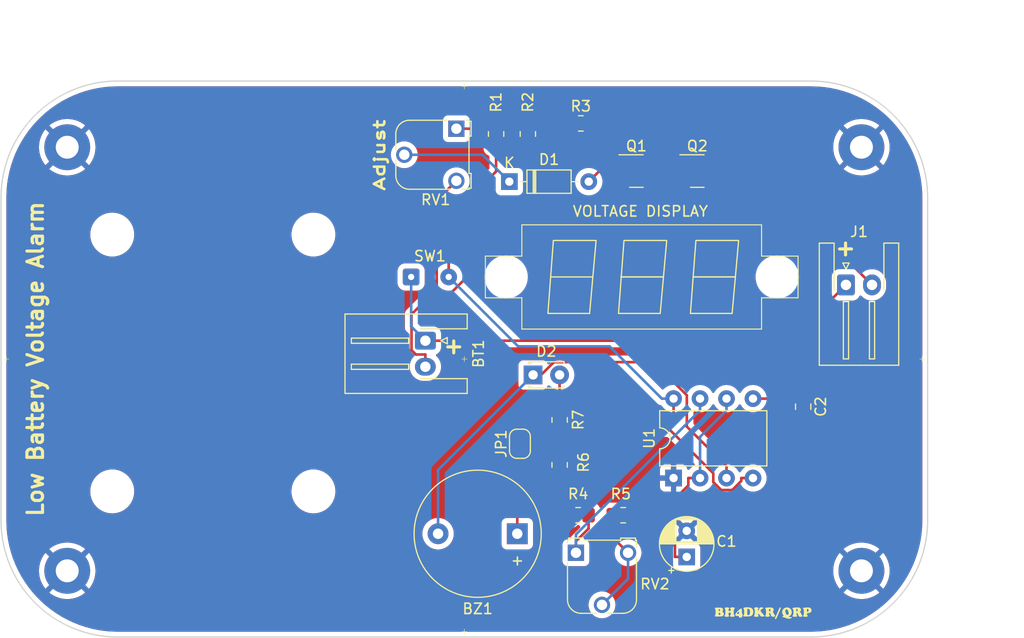
<source format=kicad_pcb>
(kicad_pcb (version 20211014) (generator pcbnew)
  (layers (0 "F.Cu" signal) (31 "B.Cu" signal) (34 "B.Paste" user) (35 "F.Paste" user) (36 "B.SilkS" user "B.Silkscreen") (37 "F.SilkS" user "F.Silkscreen") (38 "B.Mask" user) (39 "F.Mask" user) (44 "Edge.Cuts" user))
  (net 0 "")
  (net 1 "Net-(BT1-Pad1)")
  (net 2 "Net-(BT1-Pad2)")
  (net 3 "Net-(BZ1-Pad1)")
  (net 4 "Net-(BZ1-Pad2)")
  (net 5 "Net-(C1-Pad1)")
  (net 6 "GNDREF")
  (net 7 "Net-(C2-Pad1)")
  (net 8 "Net-(D1-Pad1)")
  (net 9 "Net-(D1-Pad2)")
  (net 10 "Net-(D2-Pad2)")
  (net 11 "Net-(Q1-Pad3)")
  (net 12 "Net-(R1-Pad2)")
  (net 13 "Net-(R2-Pad2)")
  (net 14 "Net-(R4-Pad1)")
  (net 15 "Net-(R5-Pad2)")
  (net 16 "Net-(R1-Pad1)")
  (net 17 "Net-(R7-Pad2)")
  (footprint "Connector_JST:JST_XH_S2B-XH-A-1_1x02_P2.50mm_Horizontal" (layer "F.Cu") (at 169.204 90.424)
    (fp_text reference "J1" (at 1.25 -5.1) (layer "F.SilkS"))
    (fp_text value "V-DISPLAY")
    (pad "1" thru_hole roundrect locked (at 0 0) (size 1.7 2) (drill 1) (layers *.Cu *.Mask) (roundrect_rratio 0.1470588235) (net 1 "Net-(BT1-Pad1)"))
    (pad "2" thru_hole oval locked (at 2.5 0) (size 1.7 2) (drill 1) (layers *.Cu *.Mask) (net 2 "Net-(BT1-Pad2)"))
  )
  (footprint "Package_TO_SOT_SMD:SOT-23" (layer "F.Cu") (at 149.098 79.502)
    (fp_text reference "Q1" (at 0 -2.4) (layer "F.SilkS"))
    (fp_text value "MMBT4401")
    (pad "1" smd roundrect (at -0.9375 -0.95) (size 1.475 0.6) (layers "F.Cu" "F.Paste" "F.Mask") (net 9 "Net-(D1-Pad2)"))
    (pad "2" smd roundrect (at -0.9375 0.95) (size 1.475 0.6) (layers "F.Cu" "F.Paste" "F.Mask") (net 2 "Net-(BT1-Pad2)"))
    (pad "3" smd roundrect (at 0.9375 0) (size 1.475 0.6) (layers "F.Cu" "F.Paste" "F.Mask") (net 11 "Net-(Q1-Pad3)"))
  )
  (footprint "Jumper:SolderJumper-2_P1.3mm_Open_RoundedPad1.0x1.5mm" (layer "F.Cu") (at 137.922 105.664 90)
    (fp_text reference "JP1" (at 0 -1.8 90) (layer "F.SilkS"))
    (fp_text value "EN_Buzzer")
    (pad "1" smd custom (at -0.65 0 90) (size 1 0.5) (layers "F.Cu" "F.Mask") (net 17 "Net-(R7-Pad2)") (options (clearance outline) (anchor rect)) (primitives (gr_circle (center 0 0.25) (end 0.5 0.25) (width 0) (fill yes)) (gr_circle (center 0 -0.25) (end 0.5 -0.25) (width 0) (fill yes)) (gr_poly (pts (xy 0.5 0.75) (xy 0 0.75) (xy 0 -0.75) (xy 0.5 -0.75)) (width 0) (fill yes))))
    (pad "2" smd custom (at 0.65 0 90) (size 1 0.5) (layers "F.Cu" "F.Mask") (net 16 "Net-(R1-Pad1)") (options (clearance outline) (anchor rect)) (primitives (gr_circle (center 0 0.25) (end 0.5 0.25) (width 0) (fill yes)) (gr_circle (center 0 -0.25) (end 0.5 -0.25) (width 0) (fill yes)) (gr_poly (pts (xy 0 0.75) (xy -0.5 0.75) (xy -0.5 -0.75) (xy 0 -0.75)) (width 0) (fill yes))))
  )
  (footprint "Buzzer_Beeper:Buzzer_12x9.5RM7.6" (layer "F.Cu") (at 137.668 114.3 180)
    (fp_text reference "BZ1" (at 3.8 -7.2) (layer "F.SilkS"))
    (fp_text value "Buzzer")
    (fp_text user "+" (at -0.01 -2.54) (layer "F.SilkS"))
    (pad "1" thru_hole rect locked (at 0 0 180) (size 2 2) (drill 1) (layers *.Cu *.Mask) (net 3 "Net-(BZ1-Pad1)"))
    (pad "2" thru_hole circle locked (at 7.6 0 180) (size 2 2) (drill 1) (layers *.Cu *.Mask) (net 4 "Net-(BZ1-Pad2)"))
  )
  (footprint "Capacitor_SMD:C_0805_2012Metric_Pad1.18x1.45mm_HandSolder" (layer "F.Cu") (at 165.1 102.108 -90)
    (fp_text reference "C2" (at 0 -1.68 90) (layer "F.SilkS"))
    (fp_text value ".01uF")
    (pad "1" smd roundrect (at -1.0375 0 270) (size 1.175 1.45) (layers "F.Cu" "F.Paste" "F.Mask") (roundrect_rratio 0.2127659574) (net 7 "Net-(C2-Pad1)"))
    (pad "2" smd roundrect (at 1.0375 0 270) (size 1.175 1.45) (layers "F.Cu" "F.Paste" "F.Mask") (roundrect_rratio 0.2127659574) (net 6 "GNDREF"))
  )
  (footprint "Resistor_SMD:R_0805_2012Metric_Pad1.20x1.40mm_HandSolder" (layer "F.Cu") (at 143.51 112.522 180)
    (fp_text reference "R4" (at 0 2.032) (layer "F.SilkS"))
    (fp_text value "10k")
    (pad "1" smd roundrect (at -1 0 180) (size 1.2 1.4) (layers "F.Cu" "F.Paste" "F.Mask") (roundrect_rratio 0.2083333333) (net 14 "Net-(R4-Pad1)"))
    (pad "2" smd roundrect (at 1 0 180) (size 1.2 1.4) (layers "F.Cu" "F.Paste" "F.Mask") (roundrect_rratio 0.2083333333) (net 16 "Net-(R1-Pad1)"))
  )
  (footprint "Resistor_SMD:R_0805_2012Metric_Pad1.20x1.40mm_HandSolder" (layer "F.Cu") (at 141.732 107.696 90)
    (fp_text reference "R7" (at 4.318 1.778 90) (layer "F.SilkS"))
    (fp_text value "10k")
    (pad "1" smd roundrect (at -1 0 90) (size 1.2 1.4) (layers "F.Cu" "F.Paste" "F.Mask") (roundrect_rratio 0.2083333333) (net 3 "Net-(BZ1-Pad1)"))
    (pad "2" smd roundrect (at 1 0 90) (size 1.2 1.4) (layers "F.Cu" "F.Paste" "F.Mask") (roundrect_rratio 0.2083333333) (net 17 "Net-(R7-Pad2)"))
  )
  (footprint "CraftsmanICs:bh4dkr_qrp_logo" (layer "F.Cu") (at 161.29 121.92)
    (fp_text reference "G***" hide)
    (fp_text value "LOGO" hide)
  )
  (footprint "Capacitor_THT:CP_Radial_D5.0mm_P2.50mm" (layer "F.Cu") (at 153.924 116.5211 90)
    (fp_text reference "C1" (at 1.49 3.81) (layer "F.SilkS"))
    (fp_text value "10uF")
    (pad "1" thru_hole rect (at 0 0 90) (size 1.6 1.6) (drill 0.8) (layers *.Cu *.Mask) (net 5 "Net-(C1-Pad1)"))
    (pad "2" thru_hole circle (at 2.5 0 90) (size 1.6 1.6) (drill 0.8) (layers *.Cu *.Mask) (net 6 "GNDREF"))
  )
  (footprint "Package_DIP:DIP-8_W7.62mm" (layer "F.Cu") (at 152.664 108.956 90)
    (fp_text reference "U1" (at 3.81 -2.33 90) (layer "F.SilkS"))
    (fp_text value "NE555P")
    (pad "1" thru_hole rect (at 0 0 90) (size 1.6 1.6) (drill 0.8) (layers *.Cu *.Mask) (net 6 "GNDREF"))
    (pad "2" thru_hole oval (at 0 2.54 90) (size 1.6 1.6) (drill 0.8) (layers *.Cu *.Mask) (net 5 "Net-(C1-Pad1)"))
    (pad "3" thru_hole oval (at 0 5.08 90) (size 1.6 1.6) (drill 0.8) (layers *.Cu *.Mask) (net 4 "Net-(BZ1-Pad2)"))
    (pad "4" thru_hole oval (at 0 7.62 90) (size 1.6 1.6) (drill 0.8) (layers *.Cu *.Mask) (net 16 "Net-(R1-Pad1)"))
    (pad "5" thru_hole oval (at 7.62 7.62 90) (size 1.6 1.6) (drill 0.8) (layers *.Cu *.Mask) (net 7 "Net-(C2-Pad1)"))
    (pad "6" thru_hole oval (at 7.62 5.08 90) (size 1.6 1.6) (drill 0.8) (layers *.Cu *.Mask) (net 5 "Net-(C1-Pad1)"))
    (pad "7" thru_hole oval (at 7.62 2.54 90) (size 1.6 1.6) (drill 0.8) (layers *.Cu *.Mask) (net 14 "Net-(R4-Pad1)"))
    (pad "8" thru_hole oval (at 7.62 0 90) (size 1.6 1.6) (drill 0.8) (layers *.Cu *.Mask) (net 16 "Net-(R1-Pad1)"))
  )
  (footprint "Potentiometer_THT:Potentiometer_Runtron_RM-065_Vertical" (layer "F.Cu") (at 143.296 116.124)
    (fp_text reference "RV2" (at 7.58 3.002) (layer "F.SilkS"))
    (fp_text value "100k")
    (pad "1" thru_hole rect (at 0 0) (size 1.56 1.56) (drill 1) (layers *.Cu *.Mask) (net 14 "Net-(R4-Pad1)"))
    (pad "2" thru_hole circle (at 2.5 5) (size 1.56 1.56) (drill 1) (layers *.Cu *.Mask) (net 15 "Net-(R5-Pad2)"))
    (pad "3" thru_hole circle (at 5 0) (size 1.56 1.56) (drill 1) (layers *.Cu *.Mask) (net 15 "Net-(R5-Pad2)"))
  )
  (footprint "Resistor_SMD:R_0805_2012Metric_Pad1.20x1.40mm_HandSolder" (layer "F.Cu") (at 138.684 75.946 90)
    (fp_text reference "R2" (at 3.048 0 90) (layer "F.SilkS"))
    (fp_text value "1k")
    (pad "1" smd roundrect (at -1 0 90) (size 1.2 1.4) (layers "F.Cu" "F.Paste" "F.Mask") (roundrect_rratio 0.2083333333) (net 16 "Net-(R1-Pad1)"))
    (pad "2" smd roundrect (at 1 0 90) (size 1.2 1.4) (layers "F.Cu" "F.Paste" "F.Mask") (roundrect_rratio 0.2083333333) (net 13 "Net-(R2-Pad2)"))
  )
  (footprint "CraftsmanICs:0.28_DC_VOLTAGE_2_WIRE_METER" (layer "F.Cu") (at 149.606 89.662)
    (fp_text reference "VOLTAGE DISPLAY" (at -0.125 -6.3 unlocked) (layer "F.SilkS"))
    (fp_text value "0.28_DC_VOLTAGE_2_WIRE_METER")
    (pad "" np_thru_hole circle (at -13 0) (size 2.2 2.2) (drill 2.2) (layers F&B.Cu *.Mask))
    (pad "" np_thru_hole circle (at 13 0) (size 2.2 2.2) (drill 2.2) (layers F&B.Cu *.Mask))
  )
  (footprint "Connector_JST:JST_XH_S2B-XH-A-1_1x02_P2.50mm_Horizontal" (layer "F.Cu") (at 128.85 95.778 -90)
    (fp_text reference "BT1" (at 1.25 -5.1 90) (layer "F.SilkS"))
    (fp_text value "Battery_Cell")
    (pad "1" thru_hole roundrect (at 0 0 270) (size 1.7 2) (drill 1) (layers *.Cu *.Mask) (roundrect_rratio 0.1470588235) (net 1 "Net-(BT1-Pad1)"))
    (pad "2" thru_hole oval (at 2.5 0 270) (size 1.7 2) (drill 1) (layers *.Cu *.Mask) (net 2 "Net-(BT1-Pad2)"))
  )
  (footprint "Resistor_SMD:R_0805_2012Metric_Pad1.20x1.40mm_HandSolder" (layer "F.Cu") (at 135.636 75.946 90)
    (fp_text reference "R1" (at 3.048 0 90) (layer "F.SilkS"))
    (fp_text value "1k")
    (pad "1" smd roundrect (at -1 0 90) (size 1.2 1.4) (layers "F.Cu" "F.Paste" "F.Mask") (roundrect_rratio 0.2083333333) (net 16 "Net-(R1-Pad1)"))
    (pad "2" smd roundrect (at 1 0 90) (size 1.2 1.4) (layers "F.Cu" "F.Paste" "F.Mask") (roundrect_rratio 0.2083333333) (net 12 "Net-(R1-Pad2)"))
  )
  (footprint "MountingHole:MountingHole_3.2mm_M3" (layer "F.Cu") (at 98.806 85.598)
    (fp_text reference "REF**")
    (fp_text value "MountingHole_3.2mm_M3")
    (pad "" np_thru_hole circle (at 0 0) (size 3.2 3.2) (drill 3.2) (layers *.Cu *.Mask))
  )
  (footprint "CraftsmanICs:ALTOIDS_round_rectangle_89mmx54mmx19mm" (layer "F.Cu") (at 132.588 97.536)
    (fp_text reference "REF_BOX" hide)
    (fp_text value "ALTOIDS_round_89mmx54mmx19mm_hole_2.0mm" hide)
    (fp_line (start -33.274 -26.67) (end 33.274 -26.67) (layer "Edge.Cuts") (width 0.12))
    (fp_line (start -44.45 15.494) (end -44.45 -15.494) (layer "Edge.Cuts") (width 0.12))
    (fp_line (start 33.274 26.67) (end -33.274 26.67) (layer "Edge.Cuts") (width 0.12))
    (fp_line (start 44.45 -15.494) (end 44.45 15.494) (layer "Edge.Cuts") (width 0.12))
    (fp_arc (start 33.274 -26.67) (mid 41.176625 -23.396625) (end 44.45 -15.494) (layer "Edge.Cuts") (width 0.12))
    (fp_arc (start 44.45 15.494) (mid 41.176625 23.396625) (end 33.274 26.67) (layer "Edge.Cuts") (width 0.12))
    (fp_arc (start -33.274 26.67) (mid -41.176625 23.396625) (end -44.45 15.494) (layer "Edge.Cuts") (width 0.12))
    (fp_arc (start -44.45 -15.494) (mid -41.176625 -23.396625) (end -33.274 -26.67) (layer "Edge.Cuts") (width 0.12))
    (pad "" thru_hole circle locked (at -38.1 20.32) (size 4.4 4.4) (drill 2.2) (layers *.Cu *.Mask) (net 6 "GNDREF"))
    (pad "" thru_hole circle locked (at 38.1 20.32) (size 4.4 4.4) (drill 2.2) (layers *.Cu *.Mask) (net 6 "GNDREF"))
    (pad "" thru_hole circle locked (at -38.1 -20.32) (size 4.4 4.4) (drill 2.2) (layers *.Cu *.Mask) (net 6 "GNDREF"))
    (pad "" thru_hole circle locked (at 38.1 -20.32) (size 4.4 4.4) (drill 2.2) (layers *.Cu *.Mask) (net 6 "GNDREF"))
  )
  (footprint "Connector_Wire:SolderWire-0.1sqmm_1x02_P3.6mm_D0.4mm_OD1mm" (layer "F.Cu") (at 127.486 89.662)
    (fp_text reference "SW1" (at 1.8 -2) (layer "F.SilkS"))
    (fp_text value "SW_DIP_x01")
    (pad "1" thru_hole roundrect (at 0 0) (size 1.6 1.6) (drill 0.6) (layers *.Cu *.Mask) (roundrect_rratio 0.15625) (net 1 "Net-(BT1-Pad1)"))
    (pad "2" thru_hole circle (at 3.6 0) (size 1.6 1.6) (drill 0.6) (layers *.Cu *.Mask) (net 16 "Net-(R1-Pad1)"))
  )
  (footprint "MountingHole:MountingHole_3.2mm_M3" (layer "F.Cu") (at 98.806 110.236)
    (fp_text reference "REF**")
    (fp_text value "MountingHole_3.2mm_M3")
    (pad "" np_thru_hole circle (at 0 0) (size 3.2 3.2) (drill 3.2) (layers *.Cu *.Mask))
  )
  (footprint "MountingHole:MountingHole_3.2mm_M3" (layer "F.Cu") (at 118.11 85.598)
    (fp_text reference "REF**")
    (fp_text value "MountingHole_3.2mm_M3")
    (pad "" np_thru_hole circle (at 0 0) (size 3.2 3.2) (drill 3.2) (layers *.Cu *.Mask))
  )
  (footprint "MountingHole:MountingHole_3.2mm_M3" (layer "F.Cu") (at 118.11 110.236)
    (fp_text reference "REF**")
    (fp_text value "MountingHole_3.2mm_M3")
    (pad "" np_thru_hole circle (at 0 0) (size 3.2 3.2) (drill 3.2) (layers *.Cu *.Mask))
  )
  (footprint "Resistor_SMD:R_0805_2012Metric_Pad1.20x1.40mm_HandSolder" (layer "F.Cu") (at 147.828 112.522 180)
    (fp_text reference "R5" (at 0.227064 2.032) (layer "F.SilkS"))
    (fp_text value "1k")
    (pad "1" smd roundrect (at -1 0 180) (size 1.2 1.4) (layers "F.Cu" "F.Paste" "F.Mask") (roundrect_rratio 0.2083333333) (net 5 "Net-(C1-Pad1)"))
    (pad "2" smd roundrect (at 1 0 180) (size 1.2 1.4) (layers "F.Cu" "F.Paste" "F.Mask") (roundrect_rratio 0.2083333333) (net 15 "Net-(R5-Pad2)"))
  )
  (footprint "Diode_THT:D_DO-35_SOD27_P7.62mm_Horizontal" (layer "F.Cu") (at 136.906 80.518)
    (fp_text reference "D1" (at 3.81 -2.12) (layer "F.SilkS"))
    (fp_text value "6.2V")
    (fp_text user "K" (at 0 -1.8) (layer "F.SilkS"))
    (pad "1" thru_hole rect (at 0 0) (size 1.6 1.6) (drill 0.8) (layers *.Cu *.Mask) (net 8 "Net-(D1-Pad1)"))
    (pad "2" thru_hole oval (at 7.62 0) (size 1.6 1.6) (drill 0.8) (layers *.Cu *.Mask) (net 9 "Net-(D1-Pad2)"))
  )
  (footprint "Resistor_SMD:R_0805_2012Metric_Pad1.20x1.40mm_HandSolder" (layer "F.Cu") (at 141.732 103.378 -90)
    (fp_text reference "R6" (at 4.064 -2.286 90) (layer "F.SilkS"))
    (fp_text value "10k")
    (pad "1" smd roundrect (at -1 0 270) (size 1.2 1.4) (layers "F.Cu" "F.Paste" "F.Mask") (roundrect_rratio 0.2083333333) (net 10 "Net-(D2-Pad2)"))
    (pad "2" smd roundrect (at 1 0 270) (size 1.2 1.4) (layers "F.Cu" "F.Paste" "F.Mask") (roundrect_rratio 0.2083333333) (net 16 "Net-(R1-Pad1)"))
  )
  (footprint "LED_THT:LED_D1.8mm_W3.3mm_H2.4mm" (layer "F.Cu") (at 139.187 99.06)
    (fp_text reference "D2" (at 1.27 -2.26) (layer "F.SilkS"))
    (fp_text value "LED")
    (pad "1" thru_hole rect (at 0 0) (size 1.8 1.8) (drill 0.9) (layers *.Cu *.Mask) (net 4 "Net-(BZ1-Pad2)"))
    (pad "2" thru_hole circle (at 2.54 0) (size 1.8 1.8) (drill 0.9) (layers *.Cu *.Mask) (net 10 "Net-(D2-Pad2)"))
  )
  (footprint "Potentiometer_THT:Potentiometer_Runtron_RM-065_Vertical" (layer "F.Cu") (at 131.826 75.438 -90)
    (fp_text reference "RV1" (at 6.818 1.986 180) (layer "F.SilkS"))
    (fp_text value "10k")
    (pad "1" thru_hole rect (at 0 0 270) (size 1.56 1.56) (drill 1) (layers *.Cu *.Mask) (net 12 "Net-(R1-Pad2)"))
    (pad "2" thru_hole circle (at 2.5 5 270) (size 1.56 1.56) (drill 1) (layers *.Cu *.Mask) (net 8 "Net-(D1-Pad1)"))
    (pad "3" thru_hole circle (at 5 0 270) (size 1.56 1.56) (drill 1) (layers *.Cu *.Mask) (net 2 "Net-(BT1-Pad2)"))
  )
  (footprint "Package_TO_SOT_SMD:SOT-23" (layer "F.Cu") (at 154.94 79.502)
    (fp_text reference "Q2" (at 0 -2.4) (layer "F.SilkS"))
    (fp_text value "MMBT4401")
    (pad "1" smd roundrect (at -0.9375 -0.95) (size 1.475 0.6) (layers "F.Cu" "F.Paste" "F.Mask") (net 11 "Net-(Q1-Pad3)"))
    (pad "2" smd roundrect (at -0.9375 0.95) (size 1.475 0.6) (layers "F.Cu" "F.Paste" "F.Mask") (net 2 "Net-(BT1-Pad2)"))
    (pad "3" smd roundrect (at 0.9375 0) (size 1.475 0.6) (layers "F.Cu" "F.Paste" "F.Mask") (net 6 "GNDREF"))
  )
  (footprint "Resistor_SMD:R_0805_2012Metric_Pad1.20x1.40mm_HandSolder" (layer "F.Cu") (at 143.764 74.93)
    (fp_text reference "R3" (at 0 -1.65) (layer "F.SilkS"))
    (fp_text value "1k")
    (pad "1" smd roundrect (at -1 0) (size 1.2 1.4) (layers "F.Cu" "F.Paste" "F.Mask") (roundrect_rratio 0.2083333333) (net 13 "Net-(R2-Pad2)"))
    (pad "2" smd roundrect (at 1 0) (size 1.2 1.4) (layers "F.Cu" "F.Paste" "F.Mask") (roundrect_rratio 0.2083333333) (net 11 "Net-(Q1-Pad3)"))
  )
  (gr_text "+" (at 131.572 96.266) (layer "F.SilkS") (effects (font (size 1.5 1.5) (thickness 0.3))))
  (gr_text "+" (at 169.164 86.868) (layer "F.SilkS") (effects (font (size 1.5 1.5) (thickness 0.3))))
  (gr_text "Adjust" (at 124.46 77.978 90) (layer "F.SilkS") (effects (font (size 1 1.5) (thickness 0.25))))
  (gr_text "Low Battery Voltage Alarm" (at 91.44 97.536 90) (layer "F.SilkS") (effects (font (size 1.5 1.5) (thickness 0.3))))
  (segment (start 128.85 95.778) (end 163.85 95.778) (width 0.25) (layer "F.Cu") (net 1))
  (segment (start 163.85 95.778) (end 169.204 90.424) (width 0.25) (layer "F.Cu") (net 1))
  (segment (start 127.486 94.414) (end 128.85 95.778) (width 0.25) (layer "B.Cu") (net 1))
  (segment (start 127.486 89.662) (end 127.486 94.414) (width 0.25) (layer "B.Cu") (net 1))
  (segment (start 141.9985 86.614) (end 135.89 86.614) (width 0.25) (layer "F.Cu") (net 2))
  (segment (start 154.0025 80.452) (end 161.732 80.452) (width 0.25) (layer "F.Cu") (net 2))
  (segment (start 148.1605 80.452) (end 154.0025 80.452) (width 0.25) (layer "F.Cu") (net 2))
  (segment (start 127.5218 93.2455) (end 127.5218 96.6807) (width 0.25) (layer "F.Cu") (net 2))
  (segment (start 148.1605 80.452) (end 141.9985 86.614) (width 0.25) (layer "F.Cu") (net 2))
  (segment (start 135.89 86.614) (end 131.318 91.186) (width 0.25) (layer "F.Cu") (net 2))
  (segment (start 127.5218 96.6807) (end 127.9438 97.1027) (width 0.25) (layer "F.Cu") (net 2))
  (segment (start 131.318 91.186) (end 130.2953 91.186) (width 0.25) (layer "F.Cu") (net 2))
  (segment (start 128.85 98.278) (end 128.85 97.1027) (width 0.25) (layer "F.Cu") (net 2))
  (segment (start 129.9383 90.829) (end 127.5218 93.2455) (width 0.25) (layer "F.Cu") (net 2))
  (segment (start 161.732 80.452) (end 171.704 90.424) (width 0.25) (layer "F.Cu") (net 2))
  (segment (start 129.9383 82.3257) (end 129.9383 90.829) (width 0.25) (layer "F.Cu") (net 2))
  (segment (start 127.9438 97.1027) (end 128.85 97.1027) (width 0.25) (layer "F.Cu") (net 2))
  (segment (start 131.826 80.438) (end 129.9383 82.3257) (width 0.25) (layer "F.Cu") (net 2))
  (segment (start 130.2953 91.186) (end 129.9383 90.829) (width 0.25) (layer "F.Cu") (net 2))
  (segment (start 137.668 112.76) (end 141.732 108.696) (width 0.25) (layer "F.Cu") (net 3))
  (segment (start 137.668 114.3) (end 137.668 112.76) (width 0.25) (layer "F.Cu") (net 3))
  (segment (start 139.9528 99.06) (end 141.1785 97.8343) (width 0.25) (layer "F.Cu") (net 4))
  (segment (start 139.187 99.06) (end 139.9528 99.06) (width 0.25) (layer "F.Cu") (net 4))
  (segment (start 150.7556 97.8343) (end 153.934 101.0127) (width 0.25) (layer "F.Cu") (net 4))
  (segment (start 153.934 104.0207) (end 157.744 107.8307) (width 0.25) (layer "F.Cu") (net 4))
  (segment (start 153.934 101.0127) (end 153.934 104.0207) (width 0.25) (layer "F.Cu") (net 4))
  (segment (start 157.744 108.956) (end 157.744 107.8307) (width 0.25) (layer "F.Cu") (net 4))
  (segment (start 141.1785 97.8343) (end 150.7556 97.8343) (width 0.25) (layer "F.Cu") (net 4))
  (segment (start 130.068 108.179) (end 139.187 99.06) (width 0.25) (layer "B.Cu") (net 4))
  (segment (start 130.068 114.3) (end 130.068 108.179) (width 0.25) (layer "B.Cu") (net 4))
  (segment (start 148.828 112.522) (end 149.1275 112.8215) (width 0.25) (layer "F.Cu") (net 5))
  (segment (start 154.0787 109.6593) (end 154.0787 108.956) (width 0.25) (layer "F.Cu") (net 5))
  (segment (start 152.7987 116.5211) (end 152.7987 114.7037) (width 0.25) (layer "F.Cu") (net 5))
  (segment (start 153.924 116.5211) (end 152.7987 116.5211) (width 0.25) (layer "F.Cu") (net 5))
  (segment (start 152.7987 114.7037) (end 150.9165 112.8215) (width 0.25) (layer "F.Cu") (net 5))
  (segment (start 149.1275 112.8215) (end 150.9165 112.8215) (width 0.25) (layer "F.Cu") (net 5))
  (segment (start 155.204 108.956) (end 154.0787 108.956) (width 0.25) (layer "F.Cu") (net 5))
  (segment (start 150.9165 112.8215) (end 154.0787 109.6593) (width 0.25) (layer "F.Cu") (net 5))
  (segment (start 157.744 101.336) (end 157.744 102.4613) (width 0.25) (layer "B.Cu") (net 5))
  (segment (start 155.204 105.0013) (end 155.204 108.956) (width 0.25) (layer "B.Cu") (net 5))
  (segment (start 157.744 102.4613) (end 155.204 105.0013) (width 0.25) (layer "B.Cu") (net 5))
  (segment (start 154.0006 113.9445) (end 153.924 114.0211) (width 0.25) (layer "F.Cu") (net 6))
  (segment (start 164.8345 101.336) (end 165.1 101.0705) (width 0.25) (layer "F.Cu") (net 7))
  (segment (start 160.284 101.336) (end 164.8345 101.336) (width 0.25) (layer "F.Cu") (net 7))
  (segment (start 134.326 77.938) (end 136.906 80.518) (width 0.25) (layer "B.Cu") (net 8))
  (segment (start 126.826 77.938) (end 134.326 77.938) (width 0.25) (layer "B.Cu") (net 8))
  (segment (start 144.526 80.518) (end 146.492 78.552) (width 0.25) (layer "F.Cu") (net 9))
  (segment (start 146.492 78.552) (end 148.1605 78.552) (width 0.25) (layer "F.Cu") (net 9))
  (segment (start 141.727 102.373) (end 141.727 99.06) (width 0.25) (layer "F.Cu") (net 10))
  (segment (start 141.732 102.378) (end 141.727 102.373) (width 0.25) (layer "F.Cu") (net 10))
  (segment (start 150.0355 79.017749) (end 150.0355 79.502) (width 0.25) (layer "F.Cu") (net 11))
  (segment (start 145.947751 74.93) (end 150.0355 79.017749) (width 0.25) (layer "F.Cu") (net 11))
  (segment (start 144.764 74.93) (end 145.947751 74.93) (width 0.25) (layer "F.Cu") (net 11))
  (segment (start 150.9855 78.552) (end 154.0025 78.552) (width 0.25) (layer "F.Cu") (net 11))
  (segment (start 150.0355 79.502) (end 150.9855 78.552) (width 0.25) (layer "F.Cu") (net 11))
  (segment (start 131.826 75.438) (end 135.144 75.438) (width 0.25) (layer "F.Cu") (net 12))
  (segment (start 135.144 75.438) (end 135.636 74.946) (width 0.25) (layer "F.Cu") (net 12))
  (segment (start 142.764 74.93) (end 138.7 74.93) (width 0.25) (layer "F.Cu") (net 13))
  (segment (start 138.7 74.93) (end 138.684 74.946) (width 0.25) (layer "F.Cu") (net 13))
  (segment (start 144.51 113.8047) (end 144.51 112.522) (width 0.25) (layer "F.Cu") (net 14))
  (segment (start 143.296 116.124) (end 143.296 115.0187) (width 0.25) (layer "F.Cu") (net 14))
  (segment (start 143.296 115.0187) (end 144.51 113.8047) (width 0.25) (layer "F.Cu") (net 14))
  (segment (start 155.204 101.336) (end 155.204 102.4613) (width 0.25) (layer "B.Cu") (net 14))
  (segment (start 143.296 114.3693) (end 143.296 116.124) (width 0.25) (layer "B.Cu") (net 14))
  (segment (start 155.204 102.4613) (end 143.296 114.3693) (width 0.25) (layer "B.Cu") (net 14))
  (segment (start 146.828 112.522) (end 146.828 114.656) (width 0.25) (layer "F.Cu") (net 15))
  (segment (start 146.828 114.656) (end 148.296 116.124) (width 0.25) (layer "F.Cu") (net 15))
  (segment (start 148.296 118.624) (end 145.796 121.124) (width 0.25) (layer "B.Cu") (net 15))
  (segment (start 148.296 116.124) (end 148.296 118.624) (width 0.25) (layer "B.Cu") (net 15))
  (segment (start 141.732 104.378) (end 151.8756 104.378) (width 0.25) (layer "F.Cu") (net 16))
  (segment (start 151.8756 104.378) (end 152.1136 104.14) (width 0.25) (layer "F.Cu") (net 16))
  (segment (start 156.474 109.3427) (end 156.474 108.5004) (width 0.25) (layer "F.Cu") (net 16))
  (segment (start 131.086 89.662) (end 131.086 84.088) (width 0.25) (layer "F.Cu") (net 16))
  (segment (start 141.096 105.014) (end 141.732 104.378) (width 0.25) (layer "F.Cu") (net 16))
  (segment (start 158.2891 110.1069) (end 157.2382 110.1069) (width 0.25) (layer "F.Cu") (net 16))
  (segment (start 143.002 105.648) (end 141.732 104.378) (width 0.25) (layer "F.Cu") (net 16))
  (segment (start 159.1587 108.956) (end 159.1587 109.2373) (width 0.25) (layer "F.Cu") (net 16))
  (segment (start 160.284 108.956) (end 159.1587 108.956) (width 0.25) (layer "F.Cu") (net 16))
  (segment (start 137.922 105.014) (end 141.096 105.014) (width 0.25) (layer "F.Cu") (net 16))
  (segment (start 142.51 112.522) (end 143.002 112.03) (width 0.25) (layer "F.Cu") (net 16))
  (segment (start 157.2382 110.1069) (end 156.474 109.3427) (width 0.25) (layer "F.Cu") (net 16))
  (segment (start 159.1587 109.2373) (end 158.2891 110.1069) (width 0.25) (layer "F.Cu") (net 16))
  (segment (start 156.474 108.5004) (end 152.1136 104.14) (width 0.25) (layer "F.Cu") (net 16))
  (segment (start 143.002 112.03) (end 143.002 105.648) (width 0.25) (layer "F.Cu") (net 16))
  (segment (start 135.636 76.946) (end 138.684 76.946) (width 0.25) (layer "F.Cu") (net 16))
  (segment (start 152.1136 104.14) (end 152.664 103.5896) (width 0.25) (layer "F.Cu") (net 16))
  (segment (start 131.086 84.088) (end 135.636 79.538) (width 0.25) (layer "F.Cu") (net 16))
  (segment (start 152.664 103.5896) (end 152.664 101.336) (width 0.25) (layer "F.Cu") (net 16))
  (segment (start 135.636 79.538) (end 135.636 76.946) (width 0.25) (layer "F.Cu") (net 16))
  (segment (start 152.664 101.336) (end 151.5387 101.336) (width 0.25) (layer "B.Cu") (net 16))
  (segment (start 146.5293 96.3266) (end 151.5387 101.336) (width 0.25) (layer "B.Cu") (net 16))
  (segment (start 137.7506 96.3266) (end 146.5293 96.3266) (width 0.25) (layer "B.Cu") (net 16))
  (segment (start 131.086 89.662) (end 137.7506 96.3266) (width 0.25) (layer "B.Cu") (net 16))
  (segment (start 137.922 106.314) (end 138.304 106.696) (width 0.25) (layer "F.Cu") (net 17))
  (segment (start 138.304 106.696) (end 141.732 106.696) (width 0.25) (layer "F.Cu") (net 17))
  (zone (net 6) (net_name "GNDREF") (layers F&B.Cu) (connect_pads (clearance 0.508)) (min_thickness 0.254) (fill yes (thermal_gap 0.508) (thermal_bridge_width 0.508))
    (polygon (pts (xy 177.038 124.206) (xy 88.138 124.206) (xy 88.138 70.866) (xy 177.038 70.866)))
  )
)
</source>
